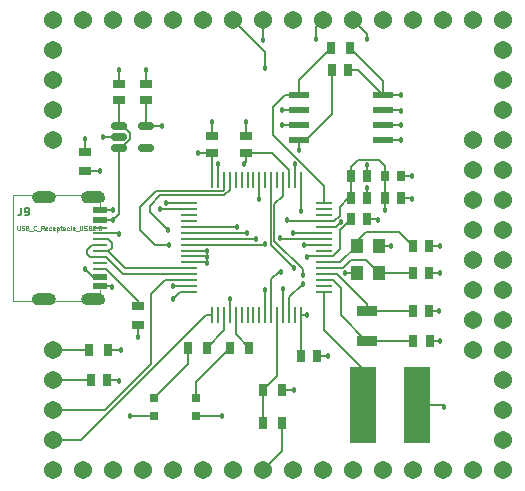
<source format=gbr>
%TF.GenerationSoftware,KiCad,Pcbnew,(6.0.6)*%
%TF.CreationDate,2024-09-09T22:51:05-04:00*%
%TF.ProjectId,ta-expt-v2,74612d65-7870-4742-9d76-322e6b696361,rev?*%
%TF.SameCoordinates,Original*%
%TF.FileFunction,Copper,L1,Top*%
%TF.FilePolarity,Positive*%
%FSLAX46Y46*%
G04 Gerber Fmt 4.6, Leading zero omitted, Abs format (unit mm)*
G04 Created by KiCad (PCBNEW (6.0.6)) date 2024-09-09 22:51:05*
%MOMM*%
%LPD*%
G01*
G04 APERTURE LIST*
G04 Aperture macros list*
%AMRoundRect*
0 Rectangle with rounded corners*
0 $1 Rounding radius*
0 $2 $3 $4 $5 $6 $7 $8 $9 X,Y pos of 4 corners*
0 Add a 4 corners polygon primitive as box body*
4,1,4,$2,$3,$4,$5,$6,$7,$8,$9,$2,$3,0*
0 Add four circle primitives for the rounded corners*
1,1,$1+$1,$2,$3*
1,1,$1+$1,$4,$5*
1,1,$1+$1,$6,$7*
1,1,$1+$1,$8,$9*
0 Add four rect primitives between the rounded corners*
20,1,$1+$1,$2,$3,$4,$5,0*
20,1,$1+$1,$4,$5,$6,$7,0*
20,1,$1+$1,$6,$7,$8,$9,0*
20,1,$1+$1,$8,$9,$2,$3,0*%
G04 Aperture macros list end*
%ADD10C,0.146304*%
%TA.AperFunction,NonConductor*%
%ADD11C,0.146304*%
%TD*%
%ADD12C,0.040640*%
%TA.AperFunction,NonConductor*%
%ADD13C,0.040640*%
%TD*%
%TA.AperFunction,EtchedComponent*%
%ADD14C,0.050000*%
%TD*%
%TA.AperFunction,EtchedComponent*%
%ADD15C,0.101600*%
%TD*%
%TA.AperFunction,SMDPad,CuDef*%
%ADD16R,0.700000X1.000000*%
%TD*%
%TA.AperFunction,SMDPad,CuDef*%
%ADD17R,1.150000X0.575000*%
%TD*%
%TA.AperFunction,SMDPad,CuDef*%
%ADD18R,1.150000X0.275000*%
%TD*%
%TA.AperFunction,ComponentPad*%
%ADD19O,2.000000X1.000000*%
%TD*%
%TA.AperFunction,SMDPad,CuDef*%
%ADD20R,1.000000X0.700000*%
%TD*%
%TA.AperFunction,SMDPad,CuDef*%
%ADD21R,0.800000X1.000000*%
%TD*%
%TA.AperFunction,SMDPad,CuDef*%
%ADD22R,0.700000X0.700000*%
%TD*%
%TA.AperFunction,SMDPad,CuDef*%
%ADD23R,1.700000X0.900000*%
%TD*%
%TA.AperFunction,SMDPad,CuDef*%
%ADD24R,1.000000X1.200000*%
%TD*%
%TA.AperFunction,SMDPad,CuDef*%
%ADD25RoundRect,0.150000X-0.512500X-0.150000X0.512500X-0.150000X0.512500X0.150000X-0.512500X0.150000X0*%
%TD*%
%TA.AperFunction,SMDPad,CuDef*%
%ADD26R,1.460000X0.250000*%
%TD*%
%TA.AperFunction,SMDPad,CuDef*%
%ADD27R,0.250000X1.460000*%
%TD*%
%TA.AperFunction,ComponentPad*%
%ADD28C,1.540000*%
%TD*%
%TA.AperFunction,SMDPad,CuDef*%
%ADD29R,1.750000X0.600000*%
%TD*%
%TA.AperFunction,SMDPad,CuDef*%
%ADD30R,0.700000X0.940000*%
%TD*%
%TA.AperFunction,SMDPad,CuDef*%
%ADD31R,2.200000X6.400000*%
%TD*%
%TA.AperFunction,ViaPad*%
%ADD32C,0.457200*%
%TD*%
%TA.AperFunction,Conductor*%
%ADD33C,0.127000*%
%TD*%
G04 APERTURE END LIST*
D10*
%TO.C,J9*%
D11*
X133254209Y-104809566D02*
X133254209Y-105285634D01*
X133222471Y-105380848D01*
X133158995Y-105444324D01*
X133063782Y-105476062D01*
X133000306Y-105476062D01*
X133603326Y-105476062D02*
X133730278Y-105476062D01*
X133793753Y-105444324D01*
X133825491Y-105412586D01*
X133888967Y-105317372D01*
X133920705Y-105190420D01*
X133920705Y-104936517D01*
X133888967Y-104873041D01*
X133857229Y-104841304D01*
X133793753Y-104809566D01*
X133666802Y-104809566D01*
X133603326Y-104841304D01*
X133571588Y-104873041D01*
X133539850Y-104936517D01*
X133539850Y-105095207D01*
X133571588Y-105158683D01*
X133603326Y-105190420D01*
X133666802Y-105222158D01*
X133793753Y-105222158D01*
X133857229Y-105190420D01*
X133888967Y-105158683D01*
X133920705Y-105095207D01*
D12*
D13*
X132923496Y-106374622D02*
X132923496Y-106670714D01*
X132940913Y-106705548D01*
X132958331Y-106722965D01*
X132993165Y-106740382D01*
X133062833Y-106740382D01*
X133097668Y-106722965D01*
X133115085Y-106705548D01*
X133132502Y-106670714D01*
X133132502Y-106374622D01*
X133289256Y-106722965D02*
X133341508Y-106740382D01*
X133428593Y-106740382D01*
X133463428Y-106722965D01*
X133480845Y-106705548D01*
X133498262Y-106670714D01*
X133498262Y-106635880D01*
X133480845Y-106601045D01*
X133463428Y-106583628D01*
X133428593Y-106566211D01*
X133358925Y-106548794D01*
X133324091Y-106531377D01*
X133306673Y-106513960D01*
X133289256Y-106479125D01*
X133289256Y-106444291D01*
X133306673Y-106409457D01*
X133324091Y-106392040D01*
X133358925Y-106374622D01*
X133446011Y-106374622D01*
X133498262Y-106392040D01*
X133776936Y-106548794D02*
X133829188Y-106566211D01*
X133846605Y-106583628D01*
X133864022Y-106618462D01*
X133864022Y-106670714D01*
X133846605Y-106705548D01*
X133829188Y-106722965D01*
X133794353Y-106740382D01*
X133655016Y-106740382D01*
X133655016Y-106374622D01*
X133776936Y-106374622D01*
X133811771Y-106392040D01*
X133829188Y-106409457D01*
X133846605Y-106444291D01*
X133846605Y-106479125D01*
X133829188Y-106513960D01*
X133811771Y-106531377D01*
X133776936Y-106548794D01*
X133655016Y-106548794D01*
X133933691Y-106775217D02*
X134212365Y-106775217D01*
X134508456Y-106705548D02*
X134491039Y-106722965D01*
X134438788Y-106740382D01*
X134403953Y-106740382D01*
X134351702Y-106722965D01*
X134316868Y-106688131D01*
X134299451Y-106653297D01*
X134282033Y-106583628D01*
X134282033Y-106531377D01*
X134299451Y-106461708D01*
X134316868Y-106426874D01*
X134351702Y-106392040D01*
X134403953Y-106374622D01*
X134438788Y-106374622D01*
X134491039Y-106392040D01*
X134508456Y-106409457D01*
X134578125Y-106775217D02*
X134856799Y-106775217D01*
X135152891Y-106740382D02*
X135030971Y-106566211D01*
X134943885Y-106740382D02*
X134943885Y-106374622D01*
X135083222Y-106374622D01*
X135118056Y-106392040D01*
X135135473Y-106409457D01*
X135152891Y-106444291D01*
X135152891Y-106496542D01*
X135135473Y-106531377D01*
X135118056Y-106548794D01*
X135083222Y-106566211D01*
X134943885Y-106566211D01*
X135448982Y-106722965D02*
X135414148Y-106740382D01*
X135344479Y-106740382D01*
X135309645Y-106722965D01*
X135292228Y-106688131D01*
X135292228Y-106548794D01*
X135309645Y-106513960D01*
X135344479Y-106496542D01*
X135414148Y-106496542D01*
X135448982Y-106513960D01*
X135466399Y-106548794D01*
X135466399Y-106583628D01*
X135292228Y-106618462D01*
X135779908Y-106722965D02*
X135745073Y-106740382D01*
X135675405Y-106740382D01*
X135640571Y-106722965D01*
X135623153Y-106705548D01*
X135605736Y-106670714D01*
X135605736Y-106566211D01*
X135623153Y-106531377D01*
X135640571Y-106513960D01*
X135675405Y-106496542D01*
X135745073Y-106496542D01*
X135779908Y-106513960D01*
X136075999Y-106722965D02*
X136041165Y-106740382D01*
X135971496Y-106740382D01*
X135936662Y-106722965D01*
X135919245Y-106688131D01*
X135919245Y-106548794D01*
X135936662Y-106513960D01*
X135971496Y-106496542D01*
X136041165Y-106496542D01*
X136075999Y-106513960D01*
X136093416Y-106548794D01*
X136093416Y-106583628D01*
X135919245Y-106618462D01*
X136250171Y-106496542D02*
X136250171Y-106862302D01*
X136250171Y-106513960D02*
X136285005Y-106496542D01*
X136354673Y-106496542D01*
X136389508Y-106513960D01*
X136406925Y-106531377D01*
X136424342Y-106566211D01*
X136424342Y-106670714D01*
X136406925Y-106705548D01*
X136389508Y-106722965D01*
X136354673Y-106740382D01*
X136285005Y-106740382D01*
X136250171Y-106722965D01*
X136528845Y-106496542D02*
X136668182Y-106496542D01*
X136581096Y-106374622D02*
X136581096Y-106688131D01*
X136598513Y-106722965D01*
X136633348Y-106740382D01*
X136668182Y-106740382D01*
X136946856Y-106740382D02*
X136946856Y-106548794D01*
X136929439Y-106513960D01*
X136894605Y-106496542D01*
X136824936Y-106496542D01*
X136790102Y-106513960D01*
X136946856Y-106722965D02*
X136912022Y-106740382D01*
X136824936Y-106740382D01*
X136790102Y-106722965D01*
X136772685Y-106688131D01*
X136772685Y-106653297D01*
X136790102Y-106618462D01*
X136824936Y-106601045D01*
X136912022Y-106601045D01*
X136946856Y-106583628D01*
X137277782Y-106722965D02*
X137242948Y-106740382D01*
X137173279Y-106740382D01*
X137138445Y-106722965D01*
X137121028Y-106705548D01*
X137103611Y-106670714D01*
X137103611Y-106566211D01*
X137121028Y-106531377D01*
X137138445Y-106513960D01*
X137173279Y-106496542D01*
X137242948Y-106496542D01*
X137277782Y-106513960D01*
X137486788Y-106740382D02*
X137451953Y-106722965D01*
X137434536Y-106688131D01*
X137434536Y-106374622D01*
X137765462Y-106722965D02*
X137730628Y-106740382D01*
X137660959Y-106740382D01*
X137626125Y-106722965D01*
X137608708Y-106688131D01*
X137608708Y-106548794D01*
X137626125Y-106513960D01*
X137660959Y-106496542D01*
X137730628Y-106496542D01*
X137765462Y-106513960D01*
X137782879Y-106548794D01*
X137782879Y-106583628D01*
X137608708Y-106618462D01*
X137852548Y-106775217D02*
X138131222Y-106775217D01*
X138218308Y-106374622D02*
X138218308Y-106670714D01*
X138235725Y-106705548D01*
X138253142Y-106722965D01*
X138287976Y-106740382D01*
X138357645Y-106740382D01*
X138392479Y-106722965D01*
X138409896Y-106705548D01*
X138427313Y-106670714D01*
X138427313Y-106374622D01*
X138584068Y-106722965D02*
X138636319Y-106740382D01*
X138723405Y-106740382D01*
X138758239Y-106722965D01*
X138775656Y-106705548D01*
X138793073Y-106670714D01*
X138793073Y-106635880D01*
X138775656Y-106601045D01*
X138758239Y-106583628D01*
X138723405Y-106566211D01*
X138653736Y-106548794D01*
X138618902Y-106531377D01*
X138601485Y-106513960D01*
X138584068Y-106479125D01*
X138584068Y-106444291D01*
X138601485Y-106409457D01*
X138618902Y-106392040D01*
X138653736Y-106374622D01*
X138740822Y-106374622D01*
X138793073Y-106392040D01*
X139071748Y-106548794D02*
X139123999Y-106566211D01*
X139141416Y-106583628D01*
X139158833Y-106618462D01*
X139158833Y-106670714D01*
X139141416Y-106705548D01*
X139123999Y-106722965D01*
X139089165Y-106740382D01*
X138949828Y-106740382D01*
X138949828Y-106374622D01*
X139071748Y-106374622D01*
X139106582Y-106392040D01*
X139123999Y-106409457D01*
X139141416Y-106444291D01*
X139141416Y-106479125D01*
X139123999Y-106513960D01*
X139106582Y-106531377D01*
X139071748Y-106548794D01*
X138949828Y-106548794D01*
X139298171Y-106409457D02*
X139315588Y-106392040D01*
X139350422Y-106374622D01*
X139437508Y-106374622D01*
X139472342Y-106392040D01*
X139489759Y-106409457D01*
X139507176Y-106444291D01*
X139507176Y-106479125D01*
X139489759Y-106531377D01*
X139280753Y-106740382D01*
X139507176Y-106740382D01*
X139663931Y-106705548D02*
X139681348Y-106722965D01*
X139663931Y-106740382D01*
X139646513Y-106722965D01*
X139663931Y-106705548D01*
X139663931Y-106740382D01*
X139907771Y-106374622D02*
X139942605Y-106374622D01*
X139977439Y-106392040D01*
X139994856Y-106409457D01*
X140012273Y-106444291D01*
X140029691Y-106513960D01*
X140029691Y-106601045D01*
X140012273Y-106670714D01*
X139994856Y-106705548D01*
X139977439Y-106722965D01*
X139942605Y-106740382D01*
X139907771Y-106740382D01*
X139872936Y-106722965D01*
X139855519Y-106705548D01*
X139838102Y-106670714D01*
X139820685Y-106601045D01*
X139820685Y-106513960D01*
X139838102Y-106444291D01*
X139855519Y-106409457D01*
X139872936Y-106392040D01*
X139907771Y-106374622D01*
D14*
X132559995Y-103787800D02*
X139909995Y-103787800D01*
D15*
X136559995Y-103787800D02*
X137909995Y-103787800D01*
X132559995Y-112727800D02*
X132559995Y-103787800D01*
D14*
X139909995Y-112727800D02*
X132559995Y-112727800D01*
D15*
X137909995Y-112727800D02*
X136559995Y-112727800D01*
D14*
X139909995Y-103787800D02*
X139909995Y-104727800D01*
D15*
X133909995Y-112727800D02*
X132559995Y-112727800D01*
D14*
X132559995Y-112727800D02*
X132559995Y-103787800D01*
D15*
X132559995Y-103787800D02*
X133909995Y-103787800D01*
D14*
X139909995Y-111787800D02*
X139909995Y-112727800D01*
G36*
X135777575Y-112097810D02*
G01*
X135900095Y-112148559D01*
X136005305Y-112229290D01*
X136086036Y-112334500D01*
X136154095Y-112588500D01*
X136130475Y-112737632D01*
X136061927Y-112872165D01*
X135955160Y-112978932D01*
X135671495Y-113071100D01*
X134655495Y-113071100D01*
X134506363Y-113047480D01*
X134371830Y-112978932D01*
X134265063Y-112872165D01*
X134172895Y-112588500D01*
X134190205Y-112457020D01*
X134240954Y-112334500D01*
X134321685Y-112229290D01*
X134426895Y-112148559D01*
X134680895Y-112080500D01*
X135646095Y-112080500D01*
X135777575Y-112097810D01*
G37*
G36*
X139955875Y-103449110D02*
G01*
X140078395Y-103499859D01*
X140183605Y-103580590D01*
X140264336Y-103685800D01*
X140332395Y-103939800D01*
X140308775Y-104088932D01*
X140240227Y-104223465D01*
X140133460Y-104330232D01*
X139849795Y-104422400D01*
X138833795Y-104422400D01*
X138684663Y-104398780D01*
X138550130Y-104330232D01*
X138443363Y-104223465D01*
X138351195Y-103939800D01*
X138368505Y-103808320D01*
X138419254Y-103685800D01*
X138499985Y-103580590D01*
X138605195Y-103499859D01*
X138859195Y-103431800D01*
X139824395Y-103431800D01*
X139955875Y-103449110D01*
G37*
G36*
X135777575Y-103461810D02*
G01*
X135900095Y-103512559D01*
X136005305Y-103593290D01*
X136086036Y-103698500D01*
X136154095Y-103952500D01*
X136130475Y-104101632D01*
X136061927Y-104236165D01*
X135955160Y-104342932D01*
X135671495Y-104435100D01*
X134655495Y-104435100D01*
X134506363Y-104411480D01*
X134371830Y-104342932D01*
X134265063Y-104236165D01*
X134172895Y-103952500D01*
X134190205Y-103821020D01*
X134240954Y-103698500D01*
X134321685Y-103593290D01*
X134426895Y-103512559D01*
X134680895Y-103444500D01*
X135646095Y-103444500D01*
X135777575Y-103461810D01*
G37*
G36*
X139968575Y-112097810D02*
G01*
X140091095Y-112148559D01*
X140196305Y-112229290D01*
X140277036Y-112334500D01*
X140345095Y-112588500D01*
X140321475Y-112737632D01*
X140252927Y-112872165D01*
X140146160Y-112978932D01*
X139862495Y-113071100D01*
X138846495Y-113071100D01*
X138697363Y-113047480D01*
X138562830Y-112978932D01*
X138456063Y-112872165D01*
X138363895Y-112588500D01*
X138381205Y-112457020D01*
X138431954Y-112334500D01*
X138512685Y-112229290D01*
X138617895Y-112148559D01*
X138871895Y-112080500D01*
X139837095Y-112080500D01*
X139968575Y-112097810D01*
G37*
%TD*%
D16*
%TO.P,C14,1*%
%TO.N,/VDD_FILT*%
X160923200Y-93167200D03*
%TO.P,C14,2*%
%TO.N,GND*%
X159523200Y-93167200D03*
%TD*%
D17*
%TO.P,J9,A1,GND*%
%TO.N,GND*%
X139915006Y-105057804D03*
%TO.P,J9,A4,VBUS*%
%TO.N,/VBUS*%
X139915006Y-105857802D03*
D18*
%TO.P,J9,A5,CC1*%
%TO.N,Net-(J9-PadA5)*%
X139914995Y-107007800D03*
%TO.P,J9,A6,D+*%
%TO.N,/D+*%
X139914995Y-108007800D03*
%TO.P,J9,A7,D-*%
%TO.N,/D-*%
X139914995Y-108507800D03*
%TO.P,J9,A8,SBU1*%
%TO.N,unconnected-(J9-PadA8)*%
X139914995Y-109507800D03*
D17*
%TO.P,J9,B1,GND*%
%TO.N,GND*%
X139915006Y-111457791D03*
%TO.P,J9,B4,VBUS*%
%TO.N,/VBUS*%
X139915006Y-110657792D03*
D18*
%TO.P,J9,B5,CC2*%
%TO.N,Net-(J9-PadB5)*%
X139914995Y-110007800D03*
%TO.P,J9,B6,D+*%
%TO.N,/D+*%
X139914995Y-109007800D03*
%TO.P,J9,B7,D-*%
%TO.N,/D-*%
X139914995Y-107507800D03*
%TO.P,J9,B8,SBU2*%
%TO.N,unconnected-(J9-PadB8)*%
X139914995Y-106507800D03*
D19*
%TO.P,J9,M1*%
%TO.N,N/C*%
X139339995Y-103937800D03*
%TO.P,J9,M2*%
X139339995Y-112577800D03*
%TO.P,J9,M3*%
X135159995Y-103937800D03*
%TO.P,J9,M4*%
X135159995Y-112577800D03*
%TD*%
D20*
%TO.P,C17,1*%
%TO.N,/VDD_FILT*%
X143814800Y-95746800D03*
%TO.P,C17,2*%
%TO.N,GND*%
X143814800Y-94346800D03*
%TD*%
D21*
%TO.P,FB1,1,1*%
%TO.N,VDD*%
X139001600Y-116890800D03*
%TO.P,FB1,2,2*%
%TO.N,/VDD_FILT*%
X140601600Y-116890800D03*
%TD*%
D22*
%TO.P,LED1,1,K*%
%TO.N,GND*%
X144475200Y-122466800D03*
%TO.P,LED1,2,A*%
%TO.N,Net-(LED1-Pad2)*%
X144475200Y-120966800D03*
%TD*%
D16*
%TO.P,C11,1*%
%TO.N,Net-(C11-Pad1)*%
X166381200Y-110337600D03*
%TO.P,C11,2*%
%TO.N,GND*%
X167781200Y-110337600D03*
%TD*%
%TO.P,C5,1*%
%TO.N,/VDD_FILT*%
X161148800Y-102158800D03*
%TO.P,C5,2*%
%TO.N,GND*%
X162548800Y-102158800D03*
%TD*%
%TO.P,C6,1*%
%TO.N,/VDD_FILT*%
X161148800Y-104038400D03*
%TO.P,C6,2*%
%TO.N,GND*%
X162548800Y-104038400D03*
%TD*%
D23*
%TO.P,Y2,1,1*%
%TO.N,Net-(C13-Pad1)*%
X162509200Y-116083000D03*
%TO.P,Y2,2,2*%
%TO.N,Net-(C12-Pad1)*%
X162509200Y-113533000D03*
%TD*%
D16*
%TO.P,C9,1*%
%TO.N,/NRST*%
X161148800Y-105816400D03*
%TO.P,C9,2*%
%TO.N,GND*%
X162548800Y-105816400D03*
%TD*%
D24*
%TO.P,Y1,1,CRYSTAL_1*%
%TO.N,Net-(C11-Pad1)*%
X163560800Y-110370000D03*
%TO.P,Y1,2,GND_1*%
%TO.N,GND*%
X163560800Y-108070000D03*
%TO.P,Y1,3,CRYSTAL_2*%
%TO.N,Net-(C10-Pad1)*%
X161660800Y-108070000D03*
%TO.P,Y1,4,GND_2*%
%TO.N,GND*%
X161660800Y-110370000D03*
%TD*%
D16*
%TO.P,C13,1*%
%TO.N,Net-(C13-Pad1)*%
X166432000Y-116078000D03*
%TO.P,C13,2*%
%TO.N,GND*%
X167832000Y-116078000D03*
%TD*%
D25*
%TO.P,U1,1,IN*%
%TO.N,/VBUS*%
X141508900Y-97906800D03*
%TO.P,U1,2,GND*%
%TO.N,GND*%
X141508900Y-98856800D03*
%TO.P,U1,3,EN*%
%TO.N,/VBUS*%
X141508900Y-99806800D03*
%TO.P,U1,4,NC*%
%TO.N,unconnected-(U1-Pad4)*%
X143783900Y-99806800D03*
%TO.P,U1,5,OUT*%
%TO.N,/VDD_FILT*%
X143783900Y-97906800D03*
%TD*%
D20*
%TO.P,R7,1*%
%TO.N,GND*%
X143154400Y-114744400D03*
%TO.P,R7,2*%
%TO.N,Net-(J9-PadB5)*%
X143154400Y-113144400D03*
%TD*%
D26*
%TO.P,IC1,1,VBAT*%
%TO.N,/VBAT*%
X158900000Y-111954000D03*
%TO.P,IC1,2,PC13*%
%TO.N,unconnected-(IC1-Pad2)*%
X158900000Y-111454000D03*
%TO.P,IC1,3,PC14-OSC32_IN*%
%TO.N,Net-(C13-Pad1)*%
X158900000Y-110954000D03*
%TO.P,IC1,4,PC15-OSC32_OUT*%
%TO.N,Net-(C12-Pad1)*%
X158900000Y-110454000D03*
%TO.P,IC1,5,PH0-OSC_IN*%
%TO.N,Net-(C11-Pad1)*%
X158900000Y-109954000D03*
%TO.P,IC1,6,PH1-OSC_OUT*%
%TO.N,Net-(C10-Pad1)*%
X158900000Y-109454000D03*
%TO.P,IC1,7,NRST*%
%TO.N,/NRST*%
X158900000Y-108954000D03*
%TO.P,IC1,8,PC0*%
%TO.N,unconnected-(IC1-Pad8)*%
X158900000Y-108454000D03*
%TO.P,IC1,9,PC1*%
%TO.N,/QUADSPI_BK2_IO0*%
X158900000Y-107954000D03*
%TO.P,IC1,10,PC2*%
%TO.N,/QUADSPI_BK2_IO1*%
X158900000Y-107454000D03*
%TO.P,IC1,11,PC3*%
%TO.N,/QUADSPI_BK2_IO2*%
X158900000Y-106954000D03*
%TO.P,IC1,12,VSSA/VREF-*%
%TO.N,GND*%
X158900000Y-106454000D03*
%TO.P,IC1,13,VDDA/VREF+*%
%TO.N,/VDD_FILT*%
X158900000Y-105954000D03*
%TO.P,IC1,14,PA0*%
%TO.N,unconnected-(IC1-Pad14)*%
X158900000Y-105454000D03*
%TO.P,IC1,15,PA1*%
%TO.N,unconnected-(IC1-Pad15)*%
X158900000Y-104954000D03*
%TO.P,IC1,16,PA2*%
%TO.N,/QUADSPI_BK1_NCS*%
X158900000Y-104454000D03*
D27*
%TO.P,IC1,17,PA3*%
%TO.N,/QUADSPI_CLK*%
X156912000Y-102466000D03*
%TO.P,IC1,18,VSS_1*%
%TO.N,GND*%
X156412000Y-102466000D03*
%TO.P,IC1,19,VDD_1*%
%TO.N,/VDD_FILT*%
X155912000Y-102466000D03*
%TO.P,IC1,20,PA4*%
%TO.N,/DCMI_HSYNC*%
X155412000Y-102466000D03*
%TO.P,IC1,21,PA5*%
%TO.N,unconnected-(IC1-Pad21)*%
X154912000Y-102466000D03*
%TO.P,IC1,22,PA6*%
%TO.N,/DCMI_PIXCLK*%
X154412000Y-102466000D03*
%TO.P,IC1,23,PA7*%
%TO.N,unconnected-(IC1-Pad23)*%
X153912000Y-102466000D03*
%TO.P,IC1,24,PC4*%
%TO.N,/QUADSPI_BK2_IO3*%
X153412000Y-102466000D03*
%TO.P,IC1,25,PC5*%
%TO.N,unconnected-(IC1-Pad25)*%
X152912000Y-102466000D03*
%TO.P,IC1,26,PB0*%
%TO.N,unconnected-(IC1-Pad26)*%
X152412000Y-102466000D03*
%TO.P,IC1,27,PB1*%
%TO.N,unconnected-(IC1-Pad27)*%
X151912000Y-102466000D03*
%TO.P,IC1,28,PB2*%
%TO.N,unconnected-(IC1-Pad28)*%
X151412000Y-102466000D03*
%TO.P,IC1,29,PB10*%
%TO.N,/LPUART_RX*%
X150912000Y-102466000D03*
%TO.P,IC1,30,PB11*%
%TO.N,/LPUART_TX*%
X150412000Y-102466000D03*
%TO.P,IC1,31,VSS_2*%
%TO.N,GND*%
X149912000Y-102466000D03*
%TO.P,IC1,32,VDD_2*%
%TO.N,/VDD_FILT*%
X149412000Y-102466000D03*
D26*
%TO.P,IC1,33,PB12*%
%TO.N,/LPUART_RTS*%
X147424000Y-104454000D03*
%TO.P,IC1,34,PB13*%
%TO.N,/LPUART_CTS*%
X147424000Y-104954000D03*
%TO.P,IC1,35,PB14*%
%TO.N,unconnected-(IC1-Pad35)*%
X147424000Y-105454000D03*
%TO.P,IC1,36,PB15*%
%TO.N,unconnected-(IC1-Pad36)*%
X147424000Y-105954000D03*
%TO.P,IC1,37,PC6*%
%TO.N,/DCMI_D0*%
X147424000Y-106454000D03*
%TO.P,IC1,38,PC7*%
%TO.N,/DCMI_D1*%
X147424000Y-106954000D03*
%TO.P,IC1,39,PC8*%
%TO.N,/DCMI_D2*%
X147424000Y-107454000D03*
%TO.P,IC1,40,PC9*%
%TO.N,/DCMI_D3*%
X147424000Y-107954000D03*
%TO.P,IC1,41,PA8*%
%TO.N,/USART1_CK*%
X147424000Y-108454000D03*
%TO.P,IC1,42,PA9*%
%TO.N,/USART1_TX*%
X147424000Y-108954000D03*
%TO.P,IC1,43,PA10*%
%TO.N,/USART1_RX*%
X147424000Y-109454000D03*
%TO.P,IC1,44,PA11*%
%TO.N,/D-*%
X147424000Y-109954000D03*
%TO.P,IC1,45,PA12*%
%TO.N,/D+*%
X147424000Y-110454000D03*
%TO.P,IC1,46,PA13*%
%TO.N,/SWDIO*%
X147424000Y-110954000D03*
%TO.P,IC1,47,VSS_3*%
%TO.N,GND*%
X147424000Y-111454000D03*
%TO.P,IC1,48,VDDUSB*%
%TO.N,/VDD_FILT*%
X147424000Y-111954000D03*
D27*
%TO.P,IC1,49,PA14*%
%TO.N,/SWCLK*%
X149412000Y-113942000D03*
%TO.P,IC1,50,PA15*%
%TO.N,unconnected-(IC1-Pad50)*%
X149912000Y-113942000D03*
%TO.P,IC1,51,PC10*%
%TO.N,/LED1*%
X150412000Y-113942000D03*
%TO.P,IC1,52,PC11*%
%TO.N,/DCMI_D4*%
X150912000Y-113942000D03*
%TO.P,IC1,53,PC12*%
%TO.N,/LED2*%
X151412000Y-113942000D03*
%TO.P,IC1,54,PD2*%
%TO.N,unconnected-(IC1-Pad54)*%
X151912000Y-113942000D03*
%TO.P,IC1,55,PB3*%
%TO.N,unconnected-(IC1-Pad55)*%
X152412000Y-113942000D03*
%TO.P,IC1,56,PB4*%
%TO.N,unconnected-(IC1-Pad56)*%
X152912000Y-113942000D03*
%TO.P,IC1,57,PB5*%
%TO.N,unconnected-(IC1-Pad57)*%
X153412000Y-113942000D03*
%TO.P,IC1,58,PB6*%
%TO.N,/DCMI_D5*%
X153912000Y-113942000D03*
%TO.P,IC1,59,PB7*%
%TO.N,/DCMI_VSYNC*%
X154412000Y-113942000D03*
%TO.P,IC1,60,PH3-BOOT0*%
%TO.N,Net-(IC1-Pad60)*%
X154912000Y-113942000D03*
%TO.P,IC1,61,PB8*%
%TO.N,/DCMI_D6*%
X155412000Y-113942000D03*
%TO.P,IC1,62,PB9*%
%TO.N,/DCMI_D7*%
X155912000Y-113942000D03*
%TO.P,IC1,63,VSS_4*%
%TO.N,GND*%
X156412000Y-113942000D03*
%TO.P,IC1,64,VDD_3*%
%TO.N,/VDD_FILT*%
X156912000Y-113942000D03*
%TD*%
D16*
%TO.P,R3,1*%
%TO.N,Net-(IC1-Pad60)*%
X153746400Y-120243600D03*
%TO.P,R3,2*%
%TO.N,GND*%
X155346400Y-120243600D03*
%TD*%
%TO.P,R2,1*%
%TO.N,/LED2*%
X152552400Y-116687600D03*
%TO.P,R2,2*%
%TO.N,Net-(LED2-Pad2)*%
X150952400Y-116687600D03*
%TD*%
%TO.P,R1,1*%
%TO.N,/LED1*%
X148945600Y-116687600D03*
%TO.P,R1,2*%
%TO.N,Net-(LED1-Pad2)*%
X147345600Y-116687600D03*
%TD*%
D28*
%TO.P,J1,1,Pin_1*%
%TO.N,unconnected-(J1-Pad1)*%
X135950000Y-88950000D03*
%TO.P,J1,2,Pin_2*%
%TO.N,unconnected-(J1-Pad2)*%
X138490000Y-88950000D03*
%TO.P,J1,3,Pin_3*%
%TO.N,GND*%
X141030000Y-88950000D03*
%TO.P,J1,4,Pin_4*%
%TO.N,unconnected-(J1-Pad4)*%
X143570000Y-88950000D03*
%TO.P,J1,5,Pin_5*%
%TO.N,unconnected-(J1-Pad5)*%
X146110000Y-88950000D03*
%TO.P,J1,6,Pin_6*%
%TO.N,unconnected-(J1-Pad6)*%
X148650000Y-88950000D03*
%TO.P,J1,7,Pin_7*%
%TO.N,/NRST*%
X151190000Y-88950000D03*
%TO.P,J1,8,Pin_8*%
%TO.N,/USART1_CK*%
X153730000Y-88950000D03*
%TO.P,J1,9,Pin_9*%
%TO.N,/USART1_CTS*%
X156270000Y-88950000D03*
%TO.P,J1,10,Pin_10*%
%TO.N,/USART1_TX*%
X158810000Y-88950000D03*
%TO.P,J1,11,Pin_11*%
%TO.N,/USART1_RX*%
X161350000Y-88950000D03*
%TO.P,J1,12,Pin_12*%
%TO.N,/USART1_RTS*%
X163890000Y-88950000D03*
%TO.P,J1,13,Pin_13*%
%TO.N,unconnected-(J1-Pad13)*%
X166430000Y-88950000D03*
%TO.P,J1,14,Pin_14*%
%TO.N,unconnected-(J1-Pad14)*%
X168970000Y-88950000D03*
%TO.P,J1,15,Pin_15*%
%TO.N,unconnected-(J1-Pad15)*%
X171510000Y-88950000D03*
%TO.P,J1,16,Pin_16*%
%TO.N,unconnected-(J1-Pad16)*%
X174050000Y-88950000D03*
%TD*%
D20*
%TO.P,C16,1*%
%TO.N,GND*%
X141528800Y-94346800D03*
%TO.P,C16,2*%
%TO.N,/VBUS*%
X141528800Y-95746800D03*
%TD*%
D29*
%TO.P,IC2,1,CE#*%
%TO.N,/QUADSPI_BK1_NCS*%
X156792800Y-95275400D03*
%TO.P,IC2,2,SO(IO1)*%
%TO.N,/QUADSPI_BK2_IO1*%
X156792800Y-96545400D03*
%TO.P,IC2,3,WP#(IO2)*%
%TO.N,/QUADSPI_BK2_IO2*%
X156792800Y-97815400D03*
%TO.P,IC2,4,GND*%
%TO.N,GND*%
X156792800Y-99085400D03*
%TO.P,IC2,5,SI(IO0)*%
%TO.N,/QUADSPI_BK2_IO0*%
X163856800Y-99085400D03*
%TO.P,IC2,6,SCK*%
%TO.N,/QUADSPI_CLK*%
X163856800Y-97815400D03*
%TO.P,IC2,7,HOLD#_OR__RESET#(IO3)*%
%TO.N,/QUADSPI_BK2_IO3*%
X163856800Y-96545400D03*
%TO.P,IC2,8,VCC*%
%TO.N,/VDD_FILT*%
X163856800Y-95275400D03*
%TD*%
D30*
%TO.P,C8,1*%
%TO.N,/VDD_FILT*%
X164044400Y-102158800D03*
%TO.P,C8,2*%
%TO.N,GND*%
X165444400Y-102158800D03*
%TD*%
D22*
%TO.P,LED2,1,K*%
%TO.N,GND*%
X148082000Y-122466800D03*
%TO.P,LED2,2,A*%
%TO.N,Net-(LED2-Pad2)*%
X148082000Y-120966800D03*
%TD*%
D31*
%TO.P,C15,1*%
%TO.N,/VBAT*%
X162190400Y-121564400D03*
%TO.P,C15,2*%
%TO.N,GND*%
X166790400Y-121564400D03*
%TD*%
D16*
%TO.P,R5,1*%
%TO.N,/VDD_FILT*%
X161086800Y-91338400D03*
%TO.P,R5,2*%
%TO.N,/QUADSPI_BK1_NCS*%
X159486800Y-91338400D03*
%TD*%
%TO.P,C12,1*%
%TO.N,Net-(C12-Pad1)*%
X166381200Y-113538000D03*
%TO.P,C12,2*%
%TO.N,GND*%
X167781200Y-113538000D03*
%TD*%
D28*
%TO.P,J4,1,Pin_1*%
%TO.N,VDD*%
X135950000Y-116890000D03*
%TO.P,J4,2,Pin_2*%
%TO.N,GND*%
X135950000Y-119430000D03*
%TO.P,J4,3,Pin_3*%
%TO.N,/SWDIO*%
X135950000Y-121970000D03*
%TO.P,J4,4,Pin_4*%
%TO.N,/SWCLK*%
X135950000Y-124510000D03*
%TD*%
D20*
%TO.P,C2,1*%
%TO.N,/VDD_FILT*%
X149402800Y-100166400D03*
%TO.P,C2,2*%
%TO.N,GND*%
X149402800Y-98766400D03*
%TD*%
D16*
%TO.P,C1,1*%
%TO.N,/VDD_FILT*%
X140552400Y-119430800D03*
%TO.P,C1,2*%
%TO.N,GND*%
X139152400Y-119430800D03*
%TD*%
%TO.P,R4,1*%
%TO.N,/BOOT0*%
X155346400Y-123037600D03*
%TO.P,R4,2*%
%TO.N,Net-(IC1-Pad60)*%
X153746400Y-123037600D03*
%TD*%
D28*
%TO.P,J8,1,Pin_1*%
%TO.N,/DCMI_D0*%
X174040800Y-114300000D03*
%TO.P,J8,2,Pin_2*%
%TO.N,/DCMI_D1*%
X171500800Y-114300000D03*
%TO.P,J8,3,Pin_3*%
%TO.N,/DCMI_D2*%
X174040800Y-111760000D03*
%TO.P,J8,4,Pin_4*%
%TO.N,/DCMI_D3*%
X171500800Y-111760000D03*
%TO.P,J8,5,Pin_5*%
%TO.N,/DCMI_D4*%
X174040800Y-109220000D03*
%TO.P,J8,6,Pin_6*%
%TO.N,/DCMI_D5*%
X171500800Y-109220000D03*
%TO.P,J8,7,Pin_7*%
%TO.N,/DCMI_D6*%
X174040800Y-106680000D03*
%TO.P,J8,8,Pin_8*%
%TO.N,/DCMI_D7*%
X171500800Y-106680000D03*
%TO.P,J8,9,Pin_9*%
%TO.N,unconnected-(J8-Pad9)*%
X174040800Y-104140000D03*
%TO.P,J8,10,Pin_10*%
%TO.N,/DCMI_PIXCLK*%
X171500800Y-104140000D03*
%TO.P,J8,11,Pin_11*%
%TO.N,/DCMI_HSYNC*%
X174040800Y-101600000D03*
%TO.P,J8,12,Pin_12*%
%TO.N,/DCMI_VSYNC*%
X171500800Y-101600000D03*
%TD*%
%TO.P,J3,1,Pin_1*%
%TO.N,unconnected-(J3-Pad1)*%
X135950000Y-99110000D03*
%TO.P,J3,2,Pin_2*%
%TO.N,GND*%
X135950000Y-96570000D03*
%TO.P,J3,3,Pin_3*%
%TO.N,unconnected-(J3-Pad3)*%
X135950000Y-94030000D03*
%TO.P,J3,4,Pin_4*%
%TO.N,unconnected-(J3-Pad4)*%
X135950000Y-91490000D03*
%TD*%
D16*
%TO.P,C10,1*%
%TO.N,Net-(C10-Pad1)*%
X166381200Y-108051600D03*
%TO.P,C10,2*%
%TO.N,GND*%
X167781200Y-108051600D03*
%TD*%
%TO.P,C4,1*%
%TO.N,/VDD_FILT*%
X156932400Y-117348000D03*
%TO.P,C4,2*%
%TO.N,GND*%
X158332400Y-117348000D03*
%TD*%
D28*
%TO.P,J5,1,Pin_1*%
%TO.N,unconnected-(J5-Pad1)*%
X171510000Y-99110000D03*
%TO.P,J5,2,Pin_2*%
%TO.N,unconnected-(J5-Pad2)*%
X174050000Y-99110000D03*
%TO.P,J5,3,Pin_3*%
%TO.N,unconnected-(J5-Pad3)*%
X174050000Y-96570000D03*
%TO.P,J5,4,Pin_4*%
%TO.N,unconnected-(J5-Pad4)*%
X174050000Y-94030000D03*
%TO.P,J5,5,Pin_5*%
%TO.N,unconnected-(J5-Pad5)*%
X174050000Y-91490000D03*
%TD*%
%TO.P,J2,1,Pin_1*%
%TO.N,unconnected-(J2-Pad1)*%
X135950000Y-127050000D03*
%TO.P,J2,2,Pin_2*%
%TO.N,unconnected-(J2-Pad2)*%
X138490000Y-127050000D03*
%TO.P,J2,3,Pin_3*%
%TO.N,unconnected-(J2-Pad3)*%
X141030000Y-127050000D03*
%TO.P,J2,4,Pin_4*%
%TO.N,unconnected-(J2-Pad4)*%
X143570000Y-127050000D03*
%TO.P,J2,5,Pin_5*%
%TO.N,unconnected-(J2-Pad5)*%
X146110000Y-127050000D03*
%TO.P,J2,6,Pin_6*%
%TO.N,unconnected-(J2-Pad6)*%
X148650000Y-127050000D03*
%TO.P,J2,7,Pin_7*%
%TO.N,unconnected-(J2-Pad7)*%
X151190000Y-127050000D03*
%TO.P,J2,8,Pin_8*%
%TO.N,/BOOT0*%
X153730000Y-127050000D03*
%TO.P,J2,9,Pin_9*%
%TO.N,/LPUART_CTS*%
X156270000Y-127050000D03*
%TO.P,J2,10,Pin_10*%
%TO.N,/LPUART_TX*%
X158810000Y-127050000D03*
%TO.P,J2,11,Pin_11*%
%TO.N,/LPUART_RX*%
X161350000Y-127050000D03*
%TO.P,J2,12,Pin_12*%
%TO.N,/LPUART_RTS*%
X163890000Y-127050000D03*
%TO.P,J2,13,Pin_13*%
%TO.N,unconnected-(J2-Pad13)*%
X166430000Y-127050000D03*
%TO.P,J2,14,Pin_14*%
%TO.N,unconnected-(J2-Pad14)*%
X168970000Y-127050000D03*
%TO.P,J2,15,Pin_15*%
%TO.N,unconnected-(J2-Pad15)*%
X171510000Y-127050000D03*
%TO.P,J2,16,Pin_16*%
%TO.N,unconnected-(J2-Pad16)*%
X174050000Y-127050000D03*
%TD*%
D16*
%TO.P,C7,1*%
%TO.N,/VDD_FILT*%
X164044400Y-104038400D03*
%TO.P,C7,2*%
%TO.N,GND*%
X165444400Y-104038400D03*
%TD*%
D20*
%TO.P,R6,1*%
%TO.N,GND*%
X138684000Y-100088800D03*
%TO.P,R6,2*%
%TO.N,Net-(J9-PadA5)*%
X138684000Y-101688800D03*
%TD*%
%TO.P,C3,1*%
%TO.N,/VDD_FILT*%
X152298400Y-100166400D03*
%TO.P,C3,2*%
%TO.N,GND*%
X152298400Y-98766400D03*
%TD*%
D28*
%TO.P,J6,1,Pin_1*%
%TO.N,unconnected-(J6-Pad1)*%
X171500000Y-116890000D03*
%TO.P,J6,2,Pin_2*%
%TO.N,unconnected-(J6-Pad2)*%
X174040000Y-116890000D03*
%TO.P,J6,3,Pin_3*%
%TO.N,GND*%
X174040000Y-119430000D03*
%TO.P,J6,4,Pin_4*%
%TO.N,unconnected-(J6-Pad4)*%
X174040000Y-121970000D03*
%TO.P,J6,5,Pin_5*%
%TO.N,unconnected-(J6-Pad5)*%
X174040000Y-124510000D03*
%TD*%
D32*
%TO.N,GND*%
X142443200Y-122478800D03*
X160324800Y-106019600D03*
X168706800Y-108051600D03*
X140208000Y-98856800D03*
X138684000Y-99009200D03*
X168656000Y-113538000D03*
X143814800Y-93167200D03*
X156768800Y-99923600D03*
X168706800Y-116078000D03*
X149402800Y-97536000D03*
X168706800Y-110337600D03*
X164541200Y-108051600D03*
X156362400Y-120243600D03*
X152298400Y-97586800D03*
X169062400Y-121666000D03*
X166319200Y-104089200D03*
X149910800Y-101142800D03*
X150266400Y-122478800D03*
X141020800Y-105054400D03*
X141528800Y-93167200D03*
X146100800Y-111455200D03*
X166319200Y-102158800D03*
X159258000Y-117348000D03*
X160629600Y-110388400D03*
X143154400Y-115773200D03*
X162560000Y-103124000D03*
X163423600Y-105867200D03*
X162560000Y-101244400D03*
X140970000Y-111506000D03*
X156413200Y-101142800D03*
%TO.N,/VDD_FILT*%
X148183600Y-100177600D03*
X165404800Y-95300800D03*
X155752800Y-105867200D03*
X141732000Y-116890800D03*
X146100800Y-112522000D03*
X141528800Y-119481600D03*
X152146000Y-101092000D03*
X157480000Y-113944400D03*
X164033200Y-105054400D03*
X145135600Y-97942400D03*
%TO.N,/NRST*%
X157480000Y-108966000D03*
X153924000Y-92964000D03*
%TO.N,/VBUS*%
X138684000Y-110032800D03*
X141020800Y-105867200D03*
%TO.N,/DCMI_D7*%
X157073600Y-111252000D03*
%TO.N,/DCMI_D6*%
X155448000Y-111709200D03*
%TO.N,/DCMI_VSYNC*%
X155244800Y-110236000D03*
%TO.N,/DCMI_D5*%
X153924000Y-111760000D03*
%TO.N,/DCMI_D4*%
X150926800Y-112572800D03*
%TO.N,/USART1_RX*%
X148945600Y-109474000D03*
X162560000Y-90576400D03*
%TO.N,/USART1_TX*%
X148945600Y-108966000D03*
X158242000Y-90576400D03*
%TO.N,/USART1_CK*%
X148945600Y-108458000D03*
X153720800Y-90627200D03*
%TO.N,/DCMI_D3*%
X153873200Y-107899200D03*
%TO.N,/DCMI_D2*%
X153111200Y-107442000D03*
%TO.N,/DCMI_D1*%
X152400000Y-106934000D03*
%TO.N,/DCMI_D0*%
X151536400Y-106476800D03*
%TO.N,/LPUART_CTS*%
X144983200Y-104952800D03*
%TO.N,/LPUART_RTS*%
X145542000Y-104444800D03*
%TO.N,/LPUART_TX*%
X145719800Y-107975400D03*
%TO.N,/LPUART_RX*%
X145643600Y-106680000D03*
%TO.N,/QUADSPI_BK2_IO3*%
X153416000Y-104089200D03*
X165404800Y-96621600D03*
%TO.N,/DCMI_PIXCLK*%
X156362400Y-109931200D03*
%TO.N,/DCMI_HSYNC*%
X157073600Y-110490000D03*
%TO.N,/QUADSPI_CLK*%
X156921200Y-105105200D03*
X165404800Y-97840800D03*
%TO.N,/QUADSPI_BK2_IO2*%
X156260800Y-106984800D03*
X155295600Y-97840800D03*
%TO.N,/QUADSPI_BK2_IO1*%
X155168600Y-107416600D03*
X155295600Y-96570800D03*
%TO.N,/QUADSPI_BK2_IO0*%
X165404800Y-99110800D03*
X157175200Y-107950000D03*
%TO.N,Net-(J9-PadA5)*%
X141528800Y-107035600D03*
X139903200Y-101701600D03*
%TD*%
D33*
%TO.N,GND*%
X156412000Y-101144000D02*
X156412000Y-102466000D01*
X158900000Y-106454000D02*
X159890400Y-106454000D01*
X163560800Y-108070000D02*
X164522800Y-108070000D01*
X167781200Y-108051600D02*
X168706800Y-108051600D01*
X159523200Y-93167200D02*
X159523200Y-96930000D01*
X166790400Y-121564400D02*
X168960800Y-121564400D01*
X143154400Y-114744400D02*
X143154400Y-115773200D01*
X162548800Y-105816400D02*
X163372800Y-105816400D01*
X161660800Y-110370000D02*
X160648000Y-110370000D01*
X140921791Y-111457791D02*
X140970000Y-111506000D01*
X146102000Y-111454000D02*
X146100800Y-111455200D01*
X167832000Y-116078000D02*
X168706800Y-116078000D01*
X168960800Y-121564400D02*
X169062400Y-121666000D01*
X141508900Y-98856800D02*
X140208000Y-98856800D01*
X147424000Y-111454000D02*
X146102000Y-111454000D01*
X162548800Y-101255600D02*
X162560000Y-101244400D01*
X142455200Y-122466800D02*
X142443200Y-122478800D01*
X162548800Y-104038400D02*
X162548800Y-103135200D01*
X144475200Y-122466800D02*
X142455200Y-122466800D01*
X156792800Y-99899600D02*
X156768800Y-99923600D01*
X152298400Y-98766400D02*
X152298400Y-97586800D01*
X149912000Y-101144000D02*
X149912000Y-102466000D01*
X166268400Y-104038400D02*
X166319200Y-104089200D01*
X139152400Y-119430800D02*
X135950800Y-119430800D01*
X158332400Y-117348000D02*
X159258000Y-117348000D01*
X149402800Y-98766400D02*
X149402800Y-97536000D01*
X167781200Y-113538000D02*
X168656000Y-113538000D01*
X159890400Y-106454000D02*
X160324800Y-106019600D01*
X163372800Y-105816400D02*
X163423600Y-105867200D01*
X141017396Y-105057804D02*
X141020800Y-105054400D01*
X150254400Y-122466800D02*
X150266400Y-122478800D01*
X149910800Y-101142800D02*
X149912000Y-101144000D01*
X139915006Y-105057804D02*
X141017396Y-105057804D01*
X167781200Y-110337600D02*
X168706800Y-110337600D01*
X141528800Y-94346800D02*
X141528800Y-93167200D01*
X148082000Y-122466800D02*
X150254400Y-122466800D01*
X143814800Y-94346800D02*
X143814800Y-93167200D01*
X162548800Y-103135200D02*
X162560000Y-103124000D01*
X165444400Y-104038400D02*
X166268400Y-104038400D01*
X155346400Y-120243600D02*
X156362400Y-120243600D01*
X139915006Y-111457791D02*
X140921791Y-111457791D01*
X156413200Y-101142800D02*
X156412000Y-101144000D01*
X160648000Y-110370000D02*
X160629600Y-110388400D01*
X159523200Y-96930000D02*
X157367800Y-99085400D01*
X165444400Y-102158800D02*
X166319200Y-102158800D01*
X156792800Y-99085400D02*
X156792800Y-99899600D01*
X157367800Y-99085400D02*
X156792800Y-99085400D01*
X162548800Y-102158800D02*
X162548800Y-101255600D01*
X164522800Y-108070000D02*
X164541200Y-108051600D01*
X135950800Y-119430800D02*
X135950000Y-119430000D01*
X138684000Y-100088800D02*
X138684000Y-99009200D01*
%TO.N,/VDD_FILT*%
X143814800Y-97875900D02*
X143814800Y-95746800D01*
X152298400Y-100166400D02*
X154469400Y-100166400D01*
X157477600Y-113942000D02*
X157480000Y-113944400D01*
X159757000Y-105954000D02*
X160223200Y-105487800D01*
X155839600Y-105954000D02*
X155752800Y-105867200D01*
X140552400Y-119430800D02*
X141478000Y-119430800D01*
X161148800Y-102158800D02*
X161148800Y-101385600D01*
X164044400Y-104038400D02*
X164044400Y-105043200D01*
X161148800Y-104038400D02*
X161148800Y-102158800D01*
X164044400Y-102158800D02*
X164044400Y-104038400D01*
X163856800Y-95275400D02*
X165379400Y-95275400D01*
X163856800Y-94108400D02*
X161086800Y-91338400D01*
X146100800Y-112522000D02*
X146668800Y-111954000D01*
X152298400Y-100939600D02*
X152146000Y-101092000D01*
X145100000Y-97906800D02*
X145135600Y-97942400D01*
X163856800Y-95275400D02*
X163856800Y-94108400D01*
X163525200Y-100787200D02*
X164044400Y-101306400D01*
X165379400Y-95275400D02*
X165404800Y-95300800D01*
X143783900Y-97906800D02*
X143814800Y-97875900D01*
X161748600Y-93167200D02*
X163856800Y-95275400D01*
X149402800Y-100166400D02*
X148194800Y-100166400D01*
X154469400Y-100166400D02*
X155912000Y-101609000D01*
X158900000Y-105954000D02*
X155839600Y-105954000D01*
X148194800Y-100166400D02*
X148183600Y-100177600D01*
X149402800Y-102456800D02*
X149412000Y-102466000D01*
X160223200Y-104749600D02*
X160934400Y-104038400D01*
X164044400Y-101306400D02*
X164044400Y-102158800D01*
X161148800Y-101385600D02*
X161747200Y-100787200D01*
X164044400Y-105043200D02*
X164033200Y-105054400D01*
X149402800Y-100166400D02*
X149402800Y-102456800D01*
X160934400Y-104038400D02*
X161148800Y-104038400D01*
X152298400Y-100166400D02*
X152298400Y-100939600D01*
X161747200Y-100787200D02*
X163525200Y-100787200D01*
X160923200Y-93167200D02*
X161748600Y-93167200D01*
X158900000Y-105954000D02*
X159757000Y-105954000D01*
X156912000Y-113942000D02*
X157477600Y-113942000D01*
X160223200Y-105487800D02*
X160223200Y-104749600D01*
X156932400Y-113962400D02*
X156912000Y-113942000D01*
X141478000Y-119430800D02*
X141528800Y-119481600D01*
X156932400Y-117348000D02*
X156932400Y-113962400D01*
X155912000Y-101609000D02*
X155912000Y-102466000D01*
X143783900Y-97906800D02*
X145100000Y-97906800D01*
X140601600Y-116890800D02*
X141732000Y-116890800D01*
X146668800Y-111954000D02*
X147424000Y-111954000D01*
%TO.N,/NRST*%
X160274000Y-106691200D02*
X160274000Y-108305600D01*
X159625600Y-108954000D02*
X158900000Y-108954000D01*
X161148800Y-105816400D02*
X160274000Y-106691200D01*
X153924000Y-92964000D02*
X153924000Y-91684000D01*
X157492000Y-108954000D02*
X157480000Y-108966000D01*
X153924000Y-91684000D02*
X151190000Y-88950000D01*
X160274000Y-108305600D02*
X159625600Y-108954000D01*
X158900000Y-108954000D02*
X157492000Y-108954000D01*
%TO.N,Net-(C10-Pad1)*%
X161660800Y-107630000D02*
X162407600Y-106883200D01*
X165212800Y-106883200D02*
X166381200Y-108051600D01*
X162407600Y-106883200D02*
X165212800Y-106883200D01*
X160276800Y-109454000D02*
X158900000Y-109454000D01*
X161660800Y-108070000D02*
X160276800Y-109454000D01*
X161660800Y-108070000D02*
X161660800Y-107630000D01*
%TO.N,Net-(C11-Pad1)*%
X163560800Y-110370000D02*
X166348800Y-110370000D01*
X161137600Y-109270800D02*
X160454400Y-109954000D01*
X163560800Y-110370000D02*
X162461600Y-109270800D01*
X166348800Y-110370000D02*
X166381200Y-110337600D01*
X162461600Y-109270800D02*
X161137600Y-109270800D01*
X160454400Y-109954000D02*
X158900000Y-109954000D01*
%TO.N,Net-(C12-Pad1)*%
X166381200Y-113538000D02*
X162514200Y-113538000D01*
X162509200Y-113533000D02*
X162509200Y-112956000D01*
X162509200Y-112956000D02*
X160007200Y-110454000D01*
X160007200Y-110454000D02*
X158900000Y-110454000D01*
X162514200Y-113538000D02*
X162509200Y-113533000D01*
%TO.N,Net-(C13-Pad1)*%
X160324800Y-111642800D02*
X159636000Y-110954000D01*
X160324800Y-113944400D02*
X160324800Y-111642800D01*
X162463400Y-116083000D02*
X160324800Y-113944400D01*
X162509200Y-116083000D02*
X162463400Y-116083000D01*
X162509200Y-116083000D02*
X166427000Y-116083000D01*
X159636000Y-110954000D02*
X158900000Y-110954000D01*
X166427000Y-116083000D02*
X166432000Y-116078000D01*
%TO.N,/VBAT*%
X162190400Y-121564400D02*
X162190400Y-118502400D01*
X158900000Y-115212000D02*
X158900000Y-111954000D01*
X162190400Y-118502400D02*
X158900000Y-115212000D01*
%TO.N,/VBUS*%
X142494000Y-98501200D02*
X141899600Y-97906800D01*
X139308992Y-110657792D02*
X138684000Y-110032800D01*
X141508900Y-105379100D02*
X141508900Y-99806800D01*
X141508900Y-99806800D02*
X141702940Y-99806800D01*
X141020800Y-105867200D02*
X141508900Y-105379100D01*
X141899600Y-97906800D02*
X141508900Y-97906800D01*
X139915006Y-110657792D02*
X139766513Y-110509299D01*
X141508900Y-97906800D02*
X141528800Y-97886900D01*
X139915006Y-110657792D02*
X139308992Y-110657792D01*
X141702940Y-99806800D02*
X142494000Y-99015740D01*
X141528800Y-97886900D02*
X141528800Y-95746800D01*
X141011402Y-105857802D02*
X141020800Y-105867200D01*
X139915006Y-105857802D02*
X141011402Y-105857802D01*
X142494000Y-99015740D02*
X142494000Y-98501200D01*
%TO.N,VDD*%
X135950800Y-116890800D02*
X135950000Y-116890000D01*
X139001600Y-116890800D02*
X135950800Y-116890800D01*
%TO.N,/DCMI_D7*%
X155912000Y-112413600D02*
X157073600Y-111252000D01*
X155912000Y-113942000D02*
X155912000Y-112413600D01*
%TO.N,/DCMI_D6*%
X155412000Y-111745200D02*
X155412000Y-113942000D01*
X155448000Y-111709200D02*
X155412000Y-111745200D01*
%TO.N,Net-(IC1-Pad60)*%
X153746400Y-120243600D02*
X153746400Y-123037600D01*
X154912000Y-119078000D02*
X153746400Y-120243600D01*
X154912000Y-113942000D02*
X154912000Y-119078000D01*
%TO.N,/DCMI_VSYNC*%
X154412000Y-113942000D02*
X154412000Y-110874754D01*
X154412000Y-110874754D02*
X155054054Y-110232700D01*
%TO.N,/DCMI_D5*%
X153912000Y-111772000D02*
X153912000Y-113942000D01*
X153924000Y-111760000D02*
X153912000Y-111772000D01*
%TO.N,/LED2*%
X151412000Y-115547200D02*
X151412000Y-113942000D01*
X152552400Y-116687600D02*
X151412000Y-115547200D01*
%TO.N,/DCMI_D4*%
X150912000Y-112587600D02*
X150912000Y-113942000D01*
X150926800Y-112572800D02*
X150912000Y-112587600D01*
%TO.N,/LED1*%
X150412000Y-115221200D02*
X150412000Y-113942000D01*
X148945600Y-116687600D02*
X150412000Y-115221200D01*
%TO.N,/SWCLK*%
X149412000Y-113942000D02*
X148860200Y-113942000D01*
X138292200Y-124510000D02*
X135950000Y-124510000D01*
X148860200Y-113942000D02*
X138292200Y-124510000D01*
%TO.N,/SWDIO*%
X147424000Y-110954000D02*
X146567000Y-110954000D01*
X144272000Y-118059200D02*
X140361200Y-121970000D01*
X140361200Y-121970000D02*
X135950000Y-121970000D01*
X146560200Y-110947200D02*
X145440400Y-110947200D01*
X144272000Y-112115600D02*
X144272000Y-118059200D01*
X146567000Y-110954000D02*
X146560200Y-110947200D01*
X145440400Y-110947200D02*
X144272000Y-112115600D01*
%TO.N,/D+*%
X138785600Y-108712000D02*
X138785600Y-108435195D01*
X139914995Y-109007800D02*
X140453000Y-109007800D01*
X139081400Y-109007800D02*
X138785600Y-108712000D01*
X141899200Y-110454000D02*
X147424000Y-110454000D01*
X138785600Y-108435195D02*
X139212995Y-108007800D01*
X140453000Y-109007800D02*
X141899200Y-110454000D01*
X139212995Y-108007800D02*
X139914995Y-108007800D01*
X139914995Y-109007800D02*
X139081400Y-109007800D01*
%TO.N,/D-*%
X140616995Y-108507800D02*
X140919200Y-108205595D01*
X140919200Y-108205595D02*
X140919200Y-107848400D01*
X140578600Y-107507800D02*
X139914995Y-107507800D01*
X139914995Y-108507800D02*
X140616995Y-108507800D01*
X142063195Y-109954000D02*
X140616995Y-108507800D01*
X147424000Y-109954000D02*
X142063195Y-109954000D01*
X140919200Y-107848400D02*
X140578600Y-107507800D01*
%TO.N,/USART1_RX*%
X162560000Y-90160000D02*
X161350000Y-88950000D01*
X162560000Y-90576400D02*
X162560000Y-90160000D01*
X148925600Y-109454000D02*
X148945600Y-109474000D01*
X147424000Y-109454000D02*
X148925600Y-109454000D01*
%TO.N,/USART1_TX*%
X148933600Y-108954000D02*
X148945600Y-108966000D01*
X158242000Y-89518000D02*
X158810000Y-88950000D01*
X147424000Y-108954000D02*
X148933600Y-108954000D01*
X158242000Y-90576400D02*
X158242000Y-89518000D01*
%TO.N,/USART1_CK*%
X153730000Y-90618000D02*
X153730000Y-88950000D01*
X148941600Y-108454000D02*
X148945600Y-108458000D01*
X153720800Y-90627200D02*
X153730000Y-90618000D01*
X147424000Y-108454000D02*
X148941600Y-108454000D01*
%TO.N,/DCMI_D3*%
X153818400Y-107954000D02*
X147424000Y-107954000D01*
X153873200Y-107899200D02*
X153818400Y-107954000D01*
%TO.N,/DCMI_D2*%
X153099200Y-107454000D02*
X147424000Y-107454000D01*
X153111200Y-107442000D02*
X153099200Y-107454000D01*
%TO.N,/DCMI_D1*%
X152400000Y-106934000D02*
X152380000Y-106954000D01*
X152380000Y-106954000D02*
X147424000Y-106954000D01*
%TO.N,/DCMI_D0*%
X151513600Y-106454000D02*
X147424000Y-106454000D01*
X151536400Y-106476800D02*
X151513600Y-106454000D01*
%TO.N,/LPUART_CTS*%
X144983200Y-104952800D02*
X144932400Y-104902000D01*
X147424000Y-104954000D02*
X144984400Y-104954000D01*
X144984400Y-104954000D02*
X144983200Y-104952800D01*
%TO.N,/LPUART_RTS*%
X147424000Y-104454000D02*
X145551200Y-104454000D01*
X145551200Y-104454000D02*
X145542000Y-104444800D01*
%TO.N,/LPUART_TX*%
X144678400Y-103428800D02*
X150306200Y-103428800D01*
X143306800Y-106730800D02*
X143306800Y-104800400D01*
X150306200Y-103428800D02*
X150412000Y-103323000D01*
X145719800Y-107975400D02*
X144551400Y-107975400D01*
X150412000Y-103323000D02*
X150412000Y-102466000D01*
X143306800Y-104800400D02*
X144678400Y-103428800D01*
X144551400Y-107975400D02*
X143306800Y-106730800D01*
%TO.N,/LPUART_RX*%
X144119600Y-105156000D02*
X144119600Y-104698800D01*
X145034000Y-103784400D02*
X144119600Y-104698800D01*
X145643600Y-106680000D02*
X144119600Y-105156000D01*
X150912000Y-103323000D02*
X150450600Y-103784400D01*
X150912000Y-102466000D02*
X150912000Y-103323000D01*
X150450600Y-103784400D02*
X145034000Y-103784400D01*
%TO.N,/QUADSPI_BK2_IO3*%
X153416000Y-104089200D02*
X153412000Y-104085200D01*
X165328600Y-96545400D02*
X165404800Y-96621600D01*
X153412000Y-104085200D02*
X153412000Y-102466000D01*
X163856800Y-96545400D02*
X165328600Y-96545400D01*
%TO.N,/DCMI_PIXCLK*%
X154412000Y-107980800D02*
X156362400Y-109931200D01*
X154412000Y-102466000D02*
X154412000Y-107980800D01*
%TO.N,/DCMI_HSYNC*%
X157073600Y-109991154D02*
X154686000Y-107603554D01*
X157073600Y-110490000D02*
X157073600Y-109991154D01*
X155412000Y-103820400D02*
X155412000Y-102466000D01*
X154686000Y-107603554D02*
X154686000Y-104546400D01*
X154686000Y-104546400D02*
X155412000Y-103820400D01*
%TO.N,/QUADSPI_CLK*%
X156921200Y-105105200D02*
X156912000Y-105096000D01*
X163856800Y-97815400D02*
X165379400Y-97815400D01*
X156912000Y-105096000D02*
X156912000Y-102466000D01*
X165379400Y-97815400D02*
X165404800Y-97840800D01*
%TO.N,/QUADSPI_BK1_NCS*%
X159486800Y-91338400D02*
X156792800Y-94032400D01*
X155575000Y-95275400D02*
X154584400Y-96266000D01*
X156792800Y-94032400D02*
X156792800Y-95275400D01*
X156792800Y-95275400D02*
X155575000Y-95275400D01*
X154584400Y-96266000D02*
X154584400Y-98662754D01*
X158900000Y-102978354D02*
X158900000Y-104454000D01*
X154584400Y-98662754D02*
X158900000Y-102978354D01*
%TO.N,/QUADSPI_BK2_IO2*%
X156260800Y-106984800D02*
X156291600Y-106954000D01*
X156291600Y-106954000D02*
X158900000Y-106954000D01*
X155321000Y-97815400D02*
X155295600Y-97840800D01*
X156792800Y-97815400D02*
X155321000Y-97815400D01*
%TO.N,/QUADSPI_BK2_IO1*%
X156792800Y-96545400D02*
X155321000Y-96545400D01*
X155168600Y-107416600D02*
X155206000Y-107454000D01*
X155321000Y-96545400D02*
X155295600Y-96570800D01*
X155206000Y-107454000D02*
X158900000Y-107454000D01*
%TO.N,/QUADSPI_BK2_IO0*%
X163856800Y-99085400D02*
X165379400Y-99085400D01*
X157179200Y-107954000D02*
X158900000Y-107954000D01*
X157175200Y-107950000D02*
X157179200Y-107954000D01*
X165379400Y-99085400D02*
X165404800Y-99110800D01*
%TO.N,/BOOT0*%
X155346400Y-125433600D02*
X153730000Y-127050000D01*
X155346400Y-123037600D02*
X155346400Y-125433600D01*
%TO.N,Net-(J9-PadA5)*%
X139903200Y-101701600D02*
X138696800Y-101701600D01*
X139914995Y-107007800D02*
X141501000Y-107007800D01*
X138696800Y-101701600D02*
X138684000Y-101688800D01*
X141501000Y-107007800D02*
X141528800Y-107035600D01*
%TO.N,Net-(J9-PadB5)*%
X143154400Y-112725200D02*
X140512800Y-110083600D01*
X143154400Y-113144400D02*
X143154400Y-112725200D01*
%TO.N,Net-(LED1-Pad2)*%
X147345600Y-116687600D02*
X147345600Y-118096400D01*
X147345600Y-118096400D02*
X144475200Y-120966800D01*
%TO.N,Net-(LED2-Pad2)*%
X148082000Y-119558000D02*
X150952400Y-116687600D01*
X148082000Y-120966800D02*
X148082000Y-119558000D01*
%TD*%
M02*

</source>
